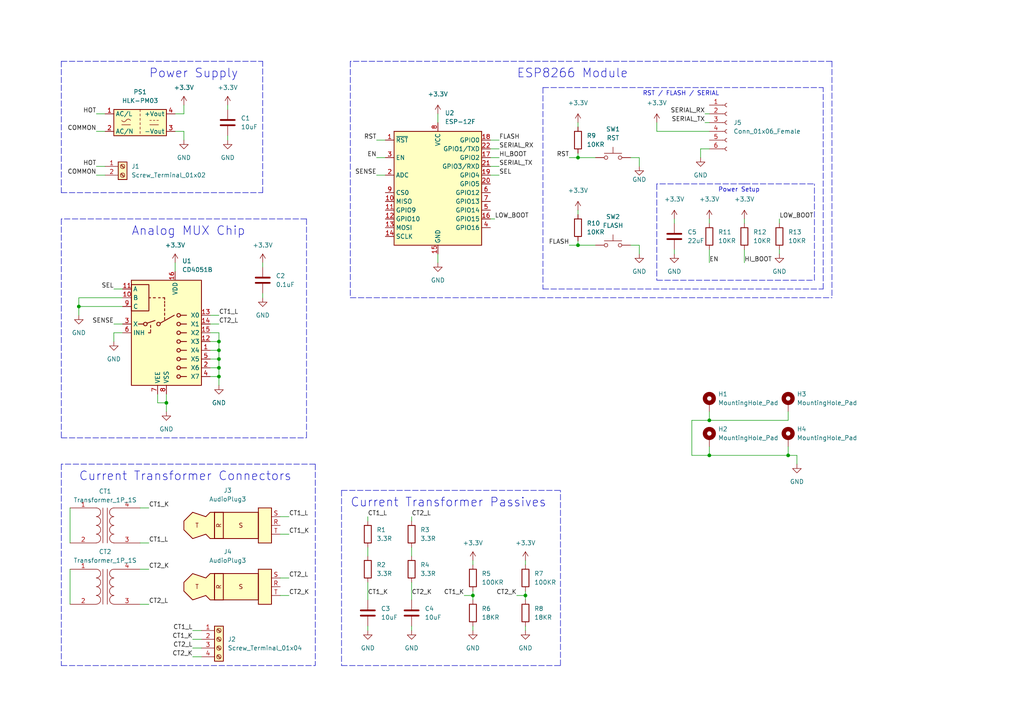
<source format=kicad_sch>
(kicad_sch (version 20211123) (generator eeschema)
  (paper "A4")
  (title_block (title "Current Monitor") (rev "v01") (comment 1 "Licence: WTFPL") (comment 2 "Author: Rion Gronberg"))
  (lib_symbols
    (symbol "Analog_Switch:CD4051B"
      (property "Reference" "U" (at -10.16 16.51 0))
      (property "Value" "CD4051B" (at 3.81 16.51 0))
      (symbol "CD4051B_0_1"
        (rectangle (start -10.16 6.35) (end -5.08 13.97) (stroke (width 0.254)))
        (rectangle (start -10.16 15.24) (end 10.16 -15.24) (stroke (width 0.254)) (fill (type background)))
        (circle (center -6.096 2.54) (radius 0.508) (stroke (width 0.254)))
        (circle (center -2.286 2.54) (radius 0.508) (stroke (width 0.254)))
        (polyline (pts (xy -8.128 2.54) (xy -6.604 2.54)) (stroke (width 0.254)))
        (polyline (pts (xy -5.588 2.794) (xy -3.302 3.556)) (stroke (width 0.254)))
        (polyline (pts (xy -4.572 0) (xy -5.207 0)) (stroke (width 0.254)))
        (polyline (pts (xy -4.572 0.254) (xy -4.572 0.889)) (stroke (width 0.254)))
        (polyline (pts (xy -4.572 1.524) (xy -4.572 2.159)) (stroke (width 0.254)))
        (polyline (pts (xy -4.572 10.16) (xy -5.08 10.16)) (stroke (width 0.254)))
        (polyline (pts (xy -3.81 10.16) (xy -3.175 10.16)) (stroke (width 0.254)))
        (polyline (pts (xy -1.778 2.794) (xy 2.286 5.08)) (stroke (width 0.254)))
        (polyline (pts (xy -1.778 10.16) (xy -2.286 10.16)) (stroke (width 0.254)))
        (polyline (pts (xy -0.508 3.81) (xy -0.508 4.445)) (stroke (width 0.254)))
        (polyline (pts (xy -0.508 5.08) (xy -0.508 5.715)) (stroke (width 0.254)))
        (polyline (pts (xy -0.508 6.35) (xy -0.508 6.985)) (stroke (width 0.254)))
        (polyline (pts (xy -0.508 7.62) (xy -0.508 8.255)) (stroke (width 0.254)))
        (polyline (pts (xy -0.508 8.636) (xy -0.508 9.144)) (stroke (width 0.254)))
        (polyline (pts (xy -0.508 9.652) (xy -0.508 10.16)) (stroke (width 0.254)))
        (polyline (pts (xy -0.508 10.16) (xy -1.016 10.16)) (stroke (width 0.254)))
        (polyline (pts (xy 4.064 -12.7) (xy 5.842 -12.7)) (stroke (width 0.254)))
        (polyline (pts (xy 4.064 -10.16) (xy 5.842 -10.16)) (stroke (width 0.254)))
        (polyline (pts (xy 4.064 -7.62) (xy 5.842 -7.62)) (stroke (width 0.254)))
        (polyline (pts (xy 4.064 -5.08) (xy 5.842 -5.08)) (stroke (width 0.254)))
        (polyline (pts (xy 4.064 -2.54) (xy 5.842 -2.54)) (stroke (width 0.254)))
        (polyline (pts (xy 4.064 0) (xy 5.842 0)) (stroke (width 0.254)))
        (polyline (pts (xy 4.064 2.54) (xy 5.842 2.54)) (stroke (width 0.254)))
        (polyline (pts (xy 4.064 5.08) (xy 5.842 5.08)) (stroke (width 0.254)))
        (circle (center 3.556 -12.7) (radius 0.508) (stroke (width 0.254)))
        (circle (center 3.556 -10.16) (radius 0.508) (stroke (width 0.254)))
        (circle (center 3.556 -7.62) (radius 0.508) (stroke (width 0.254)))
        (circle (center 3.556 -5.08) (radius 0.508) (stroke (width 0.254)))
        (circle (center 3.556 -2.54) (radius 0.508) (stroke (width 0.254)))
        (circle (center 3.556 0) (radius 0.508) (stroke (width 0.254)))
        (circle (center 3.556 2.54) (radius 0.508) (stroke (width 0.254)))
        (circle (center 3.556 5.08) (radius 0.508) (stroke (width 0.254)))
      )
      (symbol "CD4051B_1_1"
        (pin bidirectional line (at 12.7 -5.08 180) (length 2.54) (name "X4") (number "1"))
        (pin input line (at -12.7 10.16 0) (length 2.54) (name "B") (number "10"))
        (pin input line (at -12.7 12.7 0) (length 2.54) (name "A") (number "11"))
        (pin bidirectional line (at 12.7 -2.54 180) (length 2.54) (name "X3") (number "12"))
        (pin bidirectional line (at 12.7 5.08 180) (length 2.54) (name "X0") (number "13"))
        (pin bidirectional line (at 12.7 2.54 180) (length 2.54) (name "X1") (number "14"))
        (pin bidirectional line (at 12.7 0 180) (length 2.54) (name "X2") (number "15"))
        (pin power_in line (at 2.54 17.78 270) (length 2.54) (name "VDD") (number "16"))
        (pin bidirectional line (at 12.7 -10.16 180) (length 2.54) (name "X6") (number "2"))
        (pin bidirectional line (at -12.7 2.54 0) (length 2.54) (name "X") (number "3"))
        (pin bidirectional line (at 12.7 -12.7 180) (length 2.54) (name "X7") (number "4"))
        (pin bidirectional line (at 12.7 -7.62 180) (length 2.54) (name "X5") (number "5"))
        (pin input line (at -12.7 0 0) (length 2.54) (name "INH") (number "6"))
        (pin power_in line (at -2.54 -17.78 90) (length 2.54) (name "VEE") (number "7"))
        (pin power_in line (at 0 -17.78 90) (length 2.54) (name "VSS") (number "8"))
        (pin input line (at -12.7 7.62 0) (length 2.54) (name "C") (number "9"))
      )
    )
    (symbol "Connector:AudioPlug3"
      (property "Reference" "J" (at 1.27 6.35 0))
      (property "Value" "AudioPlug3" (at 1.27 -6.35 0))
      (symbol "AudioPlug3_0_0"
        (text "R" (at -2.54 0 900) (effects (font (size 1.27 1.27))))
      )
      (symbol "AudioPlug3_0_1"
        (rectangle (start -3.81 3.81) (end -1.27 -3.81) (stroke (width 0.254)))
        (rectangle (start -1.27 -1.27) (end -1.27 -1.27))
      )
      (symbol "AudioPlug3_1_0"
        (text "S" (at 3.81 0 0) (effects (font (size 1.27 1.27))))
        (text "T" (at -8.89 0 0) (effects (font (size 1.27 1.27))))
      )
      (symbol "AudioPlug3_1_1"
        (rectangle (start -3.81 3.81) (end 8.89 -3.81) (stroke (width 0.254)) (fill (type background)))
        (polyline (pts (xy -3.81 3.81) (xy -5.08 3.81) (xy -6.35 2.54) (xy -10.16 3.81) (xy -12.7 1.27) (xy -12.7 -1.27) (xy -10.16 -3.81) (xy -6.35 -2.54) (xy -5.08 -3.81) (xy -3.81 -3.81) (xy -3.81 3.81)) (stroke (width 0.254)) (fill (type background)))
        (rectangle (start 12.7 5.08) (end 8.89 -5.08) (stroke (width 0.254)) (fill (type background)))
        (pin passive line (at 15.24 0 180) (length 2.54) (name "~") (number "R"))
        (pin passive line (at 15.24 2.54 180) (length 2.54) (name "~") (number "S"))
        (pin passive line (at 15.24 -2.54 180) (length 2.54) (name "~") (number "T"))
      )
    )
    (symbol "Connector:Conn_01x06_Female" (pin_names (offset 1.016) hide)
      (property "Reference" "J" (at 0 7.62 0))
      (property "Value" "Conn_01x06_Female" (at 0 -10.16 0))
      (symbol "Conn_01x06_Female_1_1"
        (arc (start 0 -7.112) (mid -0.508 -7.62) (end 0 -8.128) (stroke (width 0.1524)))
        (arc (start 0 -4.572) (mid -0.508 -5.08) (end 0 -5.588) (stroke (width 0.1524)))
        (arc (start 0 -2.032) (mid -0.508 -2.54) (end 0 -3.048) (stroke (width 0.1524)))
        (polyline (pts (xy -1.27 -7.62) (xy -0.508 -7.62)) (stroke (width 0.1524)))
        (polyline (pts (xy -1.27 -5.08) (xy -0.508 -5.08)) (stroke (width 0.1524)))
        (polyline (pts (xy -1.27 -2.54) (xy -0.508 -2.54)) (stroke (width 0.1524)))
        (polyline (pts (xy -1.27 0) (xy -0.508 0)) (stroke (width 0.1524)))
        (polyline (pts (xy -1.27 2.54) (xy -0.508 2.54)) (stroke (width 0.1524)))
        (polyline (pts (xy -1.27 5.08) (xy -0.508 5.08)) (stroke (width 0.1524)))
        (arc (start 0 0.508) (mid -0.508 0) (end 0 -0.508) (stroke (width 0.1524)))
        (arc (start 0 3.048) (mid -0.508 2.54) (end 0 2.032) (stroke (width 0.1524)))
        (arc (start 0 5.588) (mid -0.508 5.08) (end 0 4.572) (stroke (width 0.1524)))
        (pin passive line (at -5.08 5.08 0) (length 3.81) (name "Pin_1") (number "1"))
        (pin passive line (at -5.08 2.54 0) (length 3.81) (name "Pin_2") (number "2"))
        (pin passive line (at -5.08 0 0) (length 3.81) (name "Pin_3") (number "3"))
        (pin passive line (at -5.08 -2.54 0) (length 3.81) (name "Pin_4") (number "4"))
        (pin passive line (at -5.08 -5.08 0) (length 3.81) (name "Pin_5") (number "5"))
        (pin passive line (at -5.08 -7.62 0) (length 3.81) (name "Pin_6") (number "6"))
      )
    )
    (symbol "Connector:Screw_Terminal_01x02" (pin_names (offset 1.016) hide)
      (property "Reference" "J" (at 0 2.54 0))
      (property "Value" "Screw_Terminal_01x02" (at 0 -5.08 0))
      (symbol "Screw_Terminal_01x02_1_1"
        (rectangle (start -1.27 1.27) (end 1.27 -3.81) (stroke (width 0.254)) (fill (type background)))
        (circle (center 0 -2.54) (radius 0.635) (stroke (width 0.1524)))
        (polyline (pts (xy -0.5334 -2.2098) (xy 0.3302 -3.048)) (stroke (width 0.1524)))
        (polyline (pts (xy -0.5334 0.3302) (xy 0.3302 -0.508)) (stroke (width 0.1524)))
        (polyline (pts (xy -0.3556 -2.032) (xy 0.508 -2.8702)) (stroke (width 0.1524)))
        (polyline (pts (xy -0.3556 0.508) (xy 0.508 -0.3302)) (stroke (width 0.1524)))
        (circle (center 0 0) (radius 0.635) (stroke (width 0.1524)))
        (pin passive line (at -5.08 0 0) (length 3.81) (name "Pin_1") (number "1"))
        (pin passive line (at -5.08 -2.54 0) (length 3.81) (name "Pin_2") (number "2"))
      )
    )
    (symbol "Connector:Screw_Terminal_01x04" (pin_names (offset 1.016) hide)
      (property "Reference" "J" (at 0 5.08 0))
      (property "Value" "Screw_Terminal_01x04" (at 0 -7.62 0))
      (symbol "Screw_Terminal_01x04_1_1"
        (rectangle (start -1.27 3.81) (end 1.27 -6.35) (stroke (width 0.254)) (fill (type background)))
        (circle (center 0 -5.08) (radius 0.635) (stroke (width 0.1524)))
        (circle (center 0 -2.54) (radius 0.635) (stroke (width 0.1524)))
        (polyline (pts (xy -0.5334 -4.7498) (xy 0.3302 -5.588)) (stroke (width 0.1524)))
        (polyline (pts (xy -0.5334 -2.2098) (xy 0.3302 -3.048)) (stroke (width 0.1524)))
        (polyline (pts (xy -0.5334 0.3302) (xy 0.3302 -0.508)) (stroke (width 0.1524)))
        (polyline (pts (xy -0.5334 2.8702) (xy 0.3302 2.032)) (stroke (width 0.1524)))
        (polyline (pts (xy -0.3556 -4.572) (xy 0.508 -5.4102)) (stroke (width 0.1524)))
        (polyline (pts (xy -0.3556 -2.032) (xy 0.508 -2.8702)) (stroke (width 0.1524)))
        (polyline (pts (xy -0.3556 0.508) (xy 0.508 -0.3302)) (stroke (width 0.1524)))
        (polyline (pts (xy -0.3556 3.048) (xy 0.508 2.2098)) (stroke (width 0.1524)))
        (circle (center 0 0) (radius 0.635) (stroke (width 0.1524)))
        (circle (center 0 2.54) (radius 0.635) (stroke (width 0.1524)))
        (pin passive line (at -5.08 2.54 0) (length 3.81) (name "Pin_1") (number "1"))
        (pin passive line (at -5.08 0 0) (length 3.81) (name "Pin_2") (number "2"))
        (pin passive line (at -5.08 -2.54 0) (length 3.81) (name "Pin_3") (number "3"))
        (pin passive line (at -5.08 -5.08 0) (length 3.81) (name "Pin_4") (number "4"))
      )
    )
    (symbol "Converter_ACDC:HLK-PM03"
      (property "Reference" "PS" (at 0 5.08 0))
      (property "Value" "HLK-PM03" (at 0 -5.08 0))
      (symbol "HLK-PM03_0_1"
        (rectangle (start -7.62 3.81) (end 7.62 -3.81) (stroke (width 0.254)) (fill (type background)))
        (arc (start -5.334 0.635) (mid -4.699 0.2495) (end -4.064 0.635))
        (arc (start -2.794 0.635) (mid -3.429 1.0072) (end -4.064 0.635))
        (polyline (pts (xy -5.334 -0.635) (xy -2.794 -0.635)))
        (polyline (pts (xy 0 -2.54) (xy 0 -3.175)))
        (polyline (pts (xy 0 -1.27) (xy 0 -1.905)))
        (polyline (pts (xy 0 0) (xy 0 -0.635)))
        (polyline (pts (xy 0 1.27) (xy 0 0.635)))
        (polyline (pts (xy 0 2.54) (xy 0 1.905)))
        (polyline (pts (xy 0 3.81) (xy 0 3.175)))
        (polyline (pts (xy 2.794 -0.635) (xy 5.334 -0.635)))
        (polyline (pts (xy 2.794 0.635) (xy 3.302 0.635)))
        (polyline (pts (xy 3.81 0.635) (xy 4.318 0.635)))
        (polyline (pts (xy 4.826 0.635) (xy 5.334 0.635)))
      )
      (symbol "HLK-PM03_1_1"
        (pin power_in line (at -10.16 2.54 0) (length 2.54) (name "AC/L") (number "1"))
        (pin power_in line (at -10.16 -2.54 0) (length 2.54) (name "AC/N") (number "2"))
        (pin power_out line (at 10.16 -2.54 180) (length 2.54) (name "-Vout") (number "3"))
        (pin power_out line (at 10.16 2.54 180) (length 2.54) (name "+Vout") (number "4"))
      )
    )
    (symbol "Device:C" (pin_numbers hide) (pin_names (offset 0.254))
      (property "Reference" "C" (at 0.635 2.54 0))
      (property "Value" "C" (at 0.635 -2.54 0))
      (symbol "C_0_1"
        (polyline (pts (xy -2.032 -0.762) (xy 2.032 -0.762)) (stroke (width 0.508)))
        (polyline (pts (xy -2.032 0.762) (xy 2.032 0.762)) (stroke (width 0.508)))
      )
      (symbol "C_1_1"
        (pin passive line (at 0 3.81 270) (length 2.794) (name "~") (number "1"))
        (pin passive line (at 0 -3.81 90) (length 2.794) (name "~") (number "2"))
      )
    )
    (symbol "Device:R" (pin_numbers hide) (pin_names (offset 0))
      (property "Reference" "R" (at 2.032 0 90))
      (property "Value" "R" (at 0 0 90))
      (symbol "R_0_1"
        (rectangle (start -1.016 -2.54) (end 1.016 2.54) (stroke (width 0.254)))
      )
      (symbol "R_1_1"
        (pin passive line (at 0 3.81 270) (length 1.27) (name "~") (number "1"))
        (pin passive line (at 0 -3.81 90) (length 1.27) (name "~") (number "2"))
      )
    )
    (symbol "Device:Transformer_1P_1S" (pin_names (offset 1.016) hide)
      (property "Reference" "T" (at 0 6.35 0))
      (property "Value" "Transformer_1P_1S" (at 0 -7.62 0))
      (symbol "Transformer_1P_1S_0_1"
        (arc (start -2.54 -5.0546) (mid -1.6599 -4.6901) (end -1.27 -3.81))
        (arc (start -2.54 -2.5146) (mid -1.6599 -2.1501) (end -1.27 -1.27))
        (arc (start -2.54 0.0254) (mid -1.6599 0.3899) (end -1.27 1.27))
        (arc (start -2.54 2.5654) (mid -1.6599 2.9299) (end -1.27 3.81))
        (arc (start -1.27 -3.81) (mid -1.642 -2.912) (end -2.54 -2.54))
        (arc (start -1.27 -1.27) (mid -1.642 -0.372) (end -2.54 0))
        (arc (start -1.27 1.27) (mid -1.642 2.168) (end -2.54 2.54))
        (arc (start -1.27 3.81) (mid -1.642 4.708) (end -2.54 5.08))
        (polyline (pts (xy -0.635 5.08) (xy -0.635 -5.08)))
        (polyline (pts (xy 0.635 -5.08) (xy 0.635 5.08)))
        (arc (start 1.2954 -1.27) (mid 1.6599 -2.1501) (end 2.54 -2.5146))
        (arc (start 1.2954 1.27) (mid 1.6599 0.3899) (end 2.54 0.0254))
        (arc (start 1.2954 3.81) (mid 1.6599 2.9299) (end 2.54 2.5654))
        (arc (start 1.3208 -3.81) (mid 1.6853 -4.6901) (end 2.5654 -5.0546))
        (arc (start 2.54 0) (mid 1.642 -0.372) (end 1.2954 -1.27))
        (arc (start 2.54 2.54) (mid 1.642 2.168) (end 1.2954 1.27))
        (arc (start 2.54 5.08) (mid 1.642 4.708) (end 1.2954 3.81))
        (arc (start 2.5654 -2.54) (mid 1.6674 -2.912) (end 1.3208 -3.81))
      )
      (symbol "Transformer_1P_1S_1_1"
        (pin passive line (at -10.16 5.08 0) (length 7.62) (name "AA") (number "1"))
        (pin passive line (at -10.16 -5.08 0) (length 7.62) (name "AB") (number "2"))
        (pin passive line (at 10.16 -5.08 180) (length 7.62) (name "SA") (number "3"))
        (pin passive line (at 10.16 5.08 180) (length 7.62) (name "SB") (number "4"))
      )
    )
    (symbol "Mechanical:MountingHole_Pad" (pin_numbers hide) (pin_names (offset 1.016) hide)
      (property "Reference" "H" (at 0 6.35 0))
      (property "Value" "MountingHole_Pad" (at 0 4.445 0))
      (symbol "MountingHole_Pad_0_1"
        (circle (center 0 1.27) (radius 1.27) (stroke (width 1.27)))
      )
      (symbol "MountingHole_Pad_1_1"
        (pin input line (at 0 -2.54 90) (length 2.54) (name "1") (number "1"))
      )
    )
    (symbol "RF_Module:ESP-12F"
      (property "Reference" "U" (at -12.7 19.05 0))
      (property "Value" "ESP-12F" (at 12.7 19.05 0))
      (symbol "ESP-12F_0_1"
        (rectangle (start -12.7 17.78) (end 12.7 -15.24) (stroke (width 0.254)) (fill (type background)))
      )
      (symbol "ESP-12F_1_1"
        (pin input line (at -15.24 15.24 0) (length 2.54) (name "~{RST}") (number "1"))
        (pin bidirectional line (at -15.24 -2.54 0) (length 2.54) (name "MISO") (number "10"))
        (pin bidirectional line (at -15.24 -5.08 0) (length 2.54) (name "GPIO9") (number "11"))
        (pin bidirectional line (at -15.24 -7.62 0) (length 2.54) (name "GPIO10") (number "12"))
        (pin bidirectional line (at -15.24 -10.16 0) (length 2.54) (name "MOSI") (number "13"))
        (pin bidirectional line (at -15.24 -12.7 0) (length 2.54) (name "SCLK") (number "14"))
        (pin power_in line (at 0 -17.78 90) (length 2.54) (name "GND") (number "15"))
        (pin bidirectional line (at 15.24 -7.62 180) (length 2.54) (name "GPIO15") (number "16"))
        (pin bidirectional line (at 15.24 10.16 180) (length 2.54) (name "GPIO2") (number "17"))
        (pin bidirectional line (at 15.24 15.24 180) (length 2.54) (name "GPIO0") (number "18"))
        (pin bidirectional line (at 15.24 5.08 180) (length 2.54) (name "GPIO4") (number "19"))
        (pin input line (at -15.24 5.08 0) (length 2.54) (name "ADC") (number "2"))
        (pin bidirectional line (at 15.24 2.54 180) (length 2.54) (name "GPIO5") (number "20"))
        (pin bidirectional line (at 15.24 7.62 180) (length 2.54) (name "GPIO3/RXD") (number "21"))
        (pin bidirectional line (at 15.24 12.7 180) (length 2.54) (name "GPIO1/TXD") (number "22"))
        (pin input line (at -15.24 10.16 0) (length 2.54) (name "EN") (number "3"))
        (pin bidirectional line (at 15.24 -10.16 180) (length 2.54) (name "GPIO16") (number "4"))
        (pin bidirectional line (at 15.24 -5.08 180) (length 2.54) (name "GPIO14") (number "5"))
        (pin bidirectional line (at 15.24 0 180) (length 2.54) (name "GPIO12") (number "6"))
        (pin bidirectional line (at 15.24 -2.54 180) (length 2.54) (name "GPIO13") (number "7"))
        (pin power_in line (at 0 20.32 270) (length 2.54) (name "VCC") (number "8"))
        (pin input line (at -15.24 0 0) (length 2.54) (name "CS0") (number "9"))
      )
    )
    (symbol "Switch:SW_Push" (pin_numbers hide) (pin_names (offset 1.016) hide)
      (property "Reference" "SW" (at 1.27 2.54 0))
      (property "Value" "SW_Push" (at 0 -1.524 0))
      (symbol "SW_Push_0_1"
        (circle (center -2.032 0) (radius 0.508))
        (polyline (pts (xy 0 1.27) (xy 0 3.048)))
        (polyline (pts (xy 2.54 1.27) (xy -2.54 1.27)))
        (circle (center 2.032 0) (radius 0.508))
        (pin passive line (at -5.08 0 0) (length 2.54) (name "1") (number "1"))
        (pin passive line (at 5.08 0 180) (length 2.54) (name "2") (number "2"))
      )
    )
    (symbol "power:+3.3V" (power) (pin_names (offset 0))
      (property "Value" "+3.3V" (at 0 3.556 0))
      (symbol "+3.3V_0_1"
        (polyline (pts (xy -0.762 1.27) (xy 0 2.54)))
        (polyline (pts (xy 0 0) (xy 0 2.54)))
        (polyline (pts (xy 0 2.54) (xy 0.762 1.27)))
      )
      (symbol "+3.3V_1_1"
        (pin power_in line (at 0 0 90) (length 0) hide (name "+3.3V") (number "1"))
      )
    )
    (symbol "power:GND" (power) (pin_names (offset 0))
      (property "Value" "GND" (at 0 -3.81 0))
      (symbol "GND_0_1"
        (polyline (pts (xy 0 0) (xy 0 -1.27) (xy 1.27 -1.27) (xy 0 -2.54) (xy -1.27 -1.27) (xy 0 -1.27)))
      )
      (symbol "GND_1_1"
        (pin power_in line (at 0 0 270) (length 0) hide (name "GND") (number "1"))
      )
    )
  )
  (junction (at 167.64 71.12))
  (junction (at 205.74 121.92))
  (junction (at 63.5 106.68))
  (junction (at 63.5 101.6))
  (junction (at 152.4 172.72))
  (junction (at 48.26 116.84))
  (junction (at 205.74 132.08))
  (junction (at 167.64 45.72))
  (junction (at 137.16 172.72))
  (junction (at 63.5 109.22))
  (junction (at 228.6 132.08))
  (junction (at 63.5 104.14))
  (junction (at 22.86 88.9))
  (junction (at 63.5 99.06))
  (wire (pts (xy 53.34 33.02) (xy 53.34 30.48)))
  (wire (pts (xy 167.64 71.12) (xy 172.72 71.12)))
  (wire (pts (xy 63.5 99.06) (xy 63.5 101.6)))
  (wire (pts (xy 35.56 86.36) (xy 22.86 86.36)))
  (wire (pts (xy 63.5 96.52) (xy 63.5 99.06)))
  (wire (pts (xy 190.5 35.56) (xy 190.5 38.1)))
  (wire (pts (xy 127 33.02) (xy 127 35.56)))
  (wire (pts (xy 76.2 76.2) (xy 76.2 77.47)))
  (wire (pts (xy 81.28 167.64) (xy 83.82 167.64)))
  (wire (pts (xy 167.64 45.72) (xy 172.72 45.72)))
  (wire (pts (xy 60.96 91.44) (xy 63.5 91.44)))
  (wire (pts (xy 190.5 38.1) (xy 205.74 38.1)))
  (wire (pts (xy 226.06 63.5) (xy 226.06 64.77)))
  (wire (pts (xy 33.02 93.98) (xy 35.56 93.98)))
  (wire (pts (xy 81.28 149.86) (xy 83.82 149.86)))
  (wire (pts (xy 167.64 35.56) (xy 167.64 36.83)))
  (wire (pts (xy 231.14 132.08) (xy 228.6 132.08)))
  (polyline (pts (xy 17.78 17.78) (xy 17.78 55.88)))
  (wire (pts (xy 60.96 96.52) (xy 63.5 96.52)))
  (wire (pts (xy 66.04 39.37) (xy 66.04 40.64)))
  (polyline (pts (xy 99.06 142.24) (xy 99.06 193.04)))
  (wire (pts (xy 106.68 158.75) (xy 106.68 161.29)))
  (polyline (pts (xy 88.9 63.5) (xy 17.78 63.5)))
  (wire (pts (xy 205.74 132.08) (xy 200.66 132.08)))
  (wire (pts (xy 152.4 171.45) (xy 152.4 172.72)))
  (wire (pts (xy 119.38 149.86) (xy 119.38 151.13)))
  (wire (pts (xy 109.22 40.64) (xy 111.76 40.64)))
  (wire (pts (xy 205.74 63.5) (xy 205.74 64.77)))
  (wire (pts (xy 27.94 33.02) (xy 30.48 33.02)))
  (polyline (pts (xy 157.48 25.4) (xy 238.76 25.4)))
  (wire (pts (xy 63.5 109.22) (xy 63.5 111.76)))
  (polyline (pts (xy 236.22 81.28) (xy 236.22 53.34)))
  (wire (pts (xy 119.38 181.61) (xy 119.38 182.88)))
  (polyline (pts (xy 190.5 53.34) (xy 190.5 81.28)))
  (wire (pts (xy 134.62 172.72) (xy 137.16 172.72)))
  (wire (pts (xy 142.24 40.64) (xy 144.78 40.64)))
  (wire (pts (xy 127 73.66) (xy 127 76.2)))
  (wire (pts (xy 60.96 99.06) (xy 63.5 99.06)))
  (wire (pts (xy 60.96 93.98) (xy 63.5 93.98)))
  (wire (pts (xy 40.64 157.48) (xy 43.18 157.48)))
  (wire (pts (xy 137.16 171.45) (xy 137.16 172.72)))
  (wire (pts (xy 167.64 44.45) (xy 167.64 45.72)))
  (wire (pts (xy 142.24 63.5) (xy 143.51 63.5)))
  (wire (pts (xy 45.72 116.84) (xy 48.26 116.84)))
  (polyline (pts (xy 162.56 193.04) (xy 162.56 142.24)))
  (wire (pts (xy 185.42 45.72) (xy 182.88 45.72)))
  (polyline (pts (xy 88.9 63.5) (xy 88.9 127)))
  (wire (pts (xy 33.02 96.52) (xy 33.02 99.06)))
  (wire (pts (xy 40.64 165.1) (xy 43.18 165.1)))
  (wire (pts (xy 185.42 48.26) (xy 185.42 45.72)))
  (polyline (pts (xy 17.78 134.62) (xy 17.78 193.04)))
  (wire (pts (xy 142.24 43.18) (xy 144.78 43.18)))
  (wire (pts (xy 185.42 73.66) (xy 185.42 71.12)))
  (polyline (pts (xy 17.78 193.04) (xy 91.44 193.04)))
  (polyline (pts (xy 91.44 134.62) (xy 17.78 134.62)))
  (wire (pts (xy 35.56 96.52) (xy 33.02 96.52)))
  (polyline (pts (xy 241.3 17.78) (xy 101.6 17.78)))
  (wire (pts (xy 63.5 106.68) (xy 63.5 109.22)))
  (polyline (pts (xy 238.76 83.82) (xy 238.76 25.4)))
  (wire (pts (xy 27.94 48.26) (xy 30.48 48.26)))
  (wire (pts (xy 228.6 119.38) (xy 228.6 121.92)))
  (polyline (pts (xy 215.9 53.34) (xy 190.5 53.34)))
  (wire (pts (xy 22.86 88.9) (xy 22.86 91.44)))
  (wire (pts (xy 106.68 168.91) (xy 106.68 173.99)))
  (wire (pts (xy 50.8 76.2) (xy 50.8 78.74)))
  (wire (pts (xy 20.32 147.32) (xy 20.32 157.48)))
  (wire (pts (xy 149.86 172.72) (xy 152.4 172.72)))
  (polyline (pts (xy 215.9 53.34) (xy 236.22 53.34)))
  (wire (pts (xy 200.66 121.92) (xy 205.74 121.92)))
  (wire (pts (xy 45.72 114.3) (xy 45.72 116.84)))
  (wire (pts (xy 55.88 185.42) (xy 58.42 185.42)))
  (wire (pts (xy 205.74 129.54) (xy 205.74 132.08)))
  (wire (pts (xy 109.22 50.8) (xy 111.76 50.8)))
  (wire (pts (xy 205.74 132.08) (xy 228.6 132.08)))
  (wire (pts (xy 152.4 162.56) (xy 152.4 163.83)))
  (wire (pts (xy 40.64 147.32) (xy 43.18 147.32)))
  (wire (pts (xy 22.86 86.36) (xy 22.86 88.9)))
  (wire (pts (xy 106.68 149.86) (xy 106.68 151.13)))
  (wire (pts (xy 27.94 50.8) (xy 30.48 50.8)))
  (wire (pts (xy 20.32 165.1) (xy 20.32 175.26)))
  (wire (pts (xy 109.22 45.72) (xy 111.76 45.72)))
  (wire (pts (xy 55.88 190.5) (xy 58.42 190.5)))
  (wire (pts (xy 203.2 43.18) (xy 203.2 45.72)))
  (polyline (pts (xy 17.78 55.88) (xy 76.2 55.88)))
  (wire (pts (xy 60.96 106.68) (xy 63.5 106.68)))
  (wire (pts (xy 81.28 172.72) (xy 83.82 172.72)))
  (polyline (pts (xy 99.06 193.04) (xy 162.56 193.04)))
  (wire (pts (xy 50.8 38.1) (xy 53.34 38.1)))
  (wire (pts (xy 63.5 101.6) (xy 63.5 104.14)))
  (wire (pts (xy 204.47 35.56) (xy 205.74 35.56)))
  (wire (pts (xy 142.24 45.72) (xy 144.78 45.72)))
  (wire (pts (xy 55.88 182.88) (xy 58.42 182.88)))
  (polyline (pts (xy 190.5 81.28) (xy 236.22 81.28)))
  (polyline (pts (xy 157.48 25.4) (xy 157.48 83.82)))
  (polyline (pts (xy 101.6 17.78) (xy 101.6 86.36)))
  (wire (pts (xy 231.14 134.62) (xy 231.14 132.08)))
  (wire (pts (xy 60.96 109.22) (xy 63.5 109.22)))
  (wire (pts (xy 55.88 187.96) (xy 58.42 187.96)))
  (wire (pts (xy 167.64 60.96) (xy 167.64 62.23)))
  (wire (pts (xy 119.38 168.91) (xy 119.38 173.99)))
  (wire (pts (xy 137.16 162.56) (xy 137.16 163.83)))
  (wire (pts (xy 215.9 72.39) (xy 215.9 76.2)))
  (wire (pts (xy 66.04 30.48) (xy 66.04 31.75)))
  (wire (pts (xy 226.06 72.39) (xy 226.06 73.66)))
  (wire (pts (xy 60.96 104.14) (xy 63.5 104.14)))
  (wire (pts (xy 106.68 181.61) (xy 106.68 182.88)))
  (wire (pts (xy 33.02 83.82) (xy 35.56 83.82)))
  (wire (pts (xy 152.4 181.61) (xy 152.4 182.88)))
  (wire (pts (xy 228.6 129.54) (xy 228.6 132.08)))
  (wire (pts (xy 35.56 88.9) (xy 22.86 88.9)))
  (wire (pts (xy 205.74 72.39) (xy 205.74 76.2)))
  (wire (pts (xy 53.34 38.1) (xy 53.34 40.64)))
  (polyline (pts (xy 76.2 55.88) (xy 76.2 17.78)))
  (wire (pts (xy 137.16 181.61) (xy 137.16 182.88)))
  (wire (pts (xy 27.94 38.1) (xy 30.48 38.1)))
  (polyline (pts (xy 91.44 134.62) (xy 91.44 193.04)))
  (polyline (pts (xy 101.6 86.36) (xy 241.3 86.36)))
  (wire (pts (xy 137.16 172.72) (xy 137.16 173.99)))
  (wire (pts (xy 81.28 154.94) (xy 83.82 154.94)))
  (wire (pts (xy 205.74 121.92) (xy 205.74 119.38)))
  (polyline (pts (xy 17.78 63.5) (xy 17.78 127)))
  (wire (pts (xy 165.1 45.72) (xy 167.64 45.72)))
  (wire (pts (xy 167.64 69.85) (xy 167.64 71.12)))
  (polyline (pts (xy 99.06 142.24) (xy 162.56 142.24)))
  (wire (pts (xy 205.74 43.18) (xy 203.2 43.18)))
  (wire (pts (xy 195.58 63.5) (xy 195.58 64.77)))
  (wire (pts (xy 119.38 158.75) (xy 119.38 161.29)))
  (wire (pts (xy 142.24 50.8) (xy 144.78 50.8)))
  (polyline (pts (xy 241.3 17.78) (xy 241.3 86.36)))
  (wire (pts (xy 152.4 172.72) (xy 152.4 173.99)))
  (polyline (pts (xy 17.78 127) (xy 88.9 127)))
  (wire (pts (xy 142.24 48.26) (xy 144.78 48.26)))
  (wire (pts (xy 228.6 121.92) (xy 205.74 121.92)))
  (polyline (pts (xy 17.78 17.78) (xy 76.2 17.78)))
  (wire (pts (xy 48.26 119.38) (xy 48.26 116.84)))
  (wire (pts (xy 40.64 175.26) (xy 43.18 175.26)))
  (wire (pts (xy 48.26 114.3) (xy 48.26 116.84)))
  (polyline (pts (xy 157.48 83.82) (xy 238.76 83.82)))
  (wire (pts (xy 185.42 71.12) (xy 182.88 71.12)))
  (wire (pts (xy 215.9 63.5) (xy 215.9 64.77)))
  (wire (pts (xy 63.5 104.14) (xy 63.5 106.68)))
  (wire (pts (xy 50.8 33.02) (xy 53.34 33.02)))
  (wire (pts (xy 165.1 71.12) (xy 167.64 71.12)))
  (wire (pts (xy 76.2 85.09) (xy 76.2 86.36)))
  (wire (pts (xy 195.58 72.39) (xy 195.58 73.66)))
  (wire (pts (xy 200.66 132.08) (xy 200.66 121.92)))
  (wire (pts (xy 60.96 101.6) (xy 63.5 101.6)))
  (wire (pts (xy 204.47 33.02) (xy 205.74 33.02)))
  (text "Power Supply" (at 43.18 22.86 0) (effects (font (size 2.54 2.54)) (justify left bottom)))
  (text "Current Transformer Connectors" (at 22.86 139.7 0) (effects (font (size 2.54 2.54)) (justify left bottom)))
  (text "Analog MUX Chip" (at 38.1 68.58 0) (effects (font (size 2.54 2.54)) (justify left bottom)))
  (text "Power Setup" (at 208.28 55.88 0) (effects (font (size 1.27 1.27)) (justify left bottom)))
  (text " RST / FLASH / SERIAL" (at 185.42 27.94 0) (effects (font (size 1.27 1.27)) (justify left bottom)))
  (text "Current Transformer Passives" (at 101.6 147.32 0) (effects (font (size 2.54 2.54)) (justify left bottom)))
  (text "ESP8266 Module" (at 149.86 22.86 0) (effects (font (size 2.54 2.54)) (justify left bottom)))
  (label "CT1_L" (at 106.68 149.86 0))
  (label "SERIAL_RX" (at 144.78 43.18 0))
  (label "HOT" (at 27.94 33.02 180))
  (label "CT2_L" (at 83.82 167.64 0))
  (label "CT2_L" (at 63.5 93.98 0))
  (label "CT2_L" (at 43.18 175.26 0))
  (label "CT2_K" (at 149.86 172.72 180))
  (label "SERIAL_TX" (at 204.47 35.56 180))
  (label "CT2_K" (at 43.18 165.1 0))
  (label "RST" (at 165.1 45.72 180))
  (label "COMMON" (at 27.94 38.1 180))
  (label "LOW_BOOT" (at 143.51 63.5 0))
  (label "LOW_BOOT" (at 226.06 63.5 0))
  (label "CT1_K" (at 55.88 185.42 180))
  (label "CT1_K" (at 106.68 172.72 0))
  (label "EN" (at 205.74 76.2 0))
  (label "CT2_K" (at 119.38 172.72 0))
  (label "COMMON" (at 27.94 50.8 180))
  (label "SENSE" (at 33.02 93.98 180))
  (label "HI_BOOT" (at 144.78 45.72 0))
  (label "FLASH" (at 144.78 40.64 0))
  (label "SEL" (at 33.02 83.82 180))
  (label "FLASH" (at 165.1 71.12 180))
  (label "CT1_K" (at 43.18 147.32 0))
  (label "EN" (at 109.22 45.72 180))
  (label "SENSE" (at 109.22 50.8 180))
  (label "CT2_K" (at 55.88 190.5 180))
  (label "SEL" (at 144.78 50.8 0))
  (label "CT1_L" (at 83.82 149.86 0))
  (label "CT2_K" (at 83.82 172.72 0))
  (label "HI_BOOT" (at 215.9 76.2 0))
  (label "CT1_L" (at 55.88 182.88 180))
  (label "SERIAL_TX" (at 144.78 48.26 0))
  (label "CT2_L" (at 119.38 149.86 0))
  (label "HOT" (at 27.94 48.26 180))
  (label "CT1_K" (at 134.62 172.72 180))
  (label "CT1_L" (at 43.18 157.48 0))
  (label "CT1_K" (at 83.82 154.94 0))
  (label "SERIAL_RX" (at 204.47 33.02 180))
  (label "CT1_L" (at 63.5 91.44 0))
  (label "CT2_L" (at 55.88 187.96 180))
  (label "RST" (at 109.22 40.64 180))
  (symbol (lib_id "power:+3.3V") (at 190.5 35.56 0) (unit 1)
    (property "Reference" "#PWR023" (effects hide))
    (property "Value" "+3.3V" (at 190.5 29.845 0))
  )
  (symbol (lib_id "power:+3.3V") (at 127 33.02 0) (unit 1)
    (property "Reference" "#PWR013" (effects hide))
    (property "Value" "+3.3V" (at 127 27.305 0))
  )
  (symbol (lib_id "Device:R") (at 152.4 167.64 0) (unit 1)
    (property "Reference" "R7" (at 154.94 166.3699 0) (effects (justify left)))
    (property "Value" "100KR" (at 154.94 168.9099 0) (effects (justify left)))
    (property "Footprint" "Resistor_SMD:R_0805_2012Metric" (effects hide))
  )
  (symbol (lib_id "Device:R") (at 215.9 68.58 0) (unit 1)
    (property "Reference" "R12" (at 218.44 67.3099 0) (effects (justify left)))
    (property "Value" "10KR" (at 218.44 69.8499 0) (effects (justify left)))
    (property "Footprint" "Resistor_THT:R_Axial_DIN0207_L6.3mm_D2.5mm_P7.62mm_Horizontal" (effects hide))
  )
  (symbol (lib_id "power:GND") (at 48.26 119.38 0) (unit 1)
    (property "Reference" "#PWR03" (effects hide))
    (property "Value" "GND" (at 48.26 124.46 0))
  )
  (symbol (lib_id "power:GND") (at 152.4 182.88 0) (unit 1)
    (property "Reference" "#PWR018" (effects hide))
    (property "Value" "GND" (at 152.4 187.96 0))
  )
  (symbol (lib_id "Device:C") (at 76.2 81.28 0) (unit 1)
    (property "Reference" "C2" (at 80.01 80.0099 0) (effects (justify left)))
    (property "Value" "0.1uF" (at 80.01 82.5499 0) (effects (justify left)))
    (property "Footprint" "Capacitor_SMD:C_1206_3216Metric" (effects hide))
  )
  (symbol (lib_id "power:GND") (at 185.42 73.66 0) (unit 1)
    (property "Reference" "#PWR022" (effects hide))
    (property "Value" "GND" (at 185.42 78.74 0))
  )
  (symbol (lib_id "Device:C") (at 119.38 177.8 0) (unit 1)
    (property "Reference" "C4" (at 123.19 176.5299 0) (effects (justify left)))
    (property "Value" "10uF" (at 123.19 179.0699 0) (effects (justify left)))
    (property "Footprint" "Capacitor_SMD:C_0805_2012Metric" (effects hide))
  )
  (symbol (lib_id "Converter_ACDC:HLK-PM03") (at 40.64 35.56 0) (unit 1)
    (property "Reference" "PS1" (at 40.64 26.67 0))
    (property "Value" "HLK-PM03" (at 40.64 29.21 0))
    (property "Footprint" "Converter_ACDC:Converter_ACDC_HiLink_HLK-PMxx" (effects hide))
    (property "Datasheet" "http://www.hlktech.net/product_detail.php?ProId=59" (effects hide))
  )
  (symbol (lib_id "Device:R") (at 226.06 68.58 0) (unit 1)
    (property "Reference" "R13" (at 228.6 67.3099 0) (effects (justify left)))
    (property "Value" "10KR" (at 228.6 69.8499 0) (effects (justify left)))
    (property "Footprint" "Resistor_THT:R_Axial_DIN0207_L6.3mm_D2.5mm_P7.62mm_Horizontal" (effects hide))
  )
  (symbol (lib_id "Connector:Screw_Terminal_01x02") (at 35.56 48.26 0) (unit 1)
    (property "Reference" "J1" (at 38.1 48.2599 0) (effects (justify left)))
    (property "Value" "Screw_Terminal_01x02" (at 38.1 50.7999 0) (effects (justify left)))
    (property "Footprint" "TerminalBlock:TerminalBlock_bornier-2_P5.08mm" (effects hide))
  )
  (symbol (lib_id "Connector:Screw_Terminal_01x04") (at 63.5 185.42 0) (unit 1) (on_board no)
    (property "Reference" "J2" (at 66.04 185.4199 0) (effects (justify left)))
    (property "Value" "Screw_Terminal_01x04" (at 66.04 187.9599 0) (effects (justify left)))
    (property "Footprint" "TerminalBlock:TerminalBlock_Altech_AK300-4_P5.00mm" (effects hide))
  )
  (symbol (lib_id "power:GND") (at 53.34 40.64 0) (unit 1)
    (property "Reference" "#PWR06" (effects hide))
    (property "Value" "GND" (at 53.34 45.72 0))
  )
  (symbol (lib_id "power:GND") (at 119.38 182.88 0) (unit 1)
    (property "Reference" "#PWR012" (effects hide))
    (property "Value" "GND" (at 119.38 187.96 0))
  )
  (symbol (lib_id "Device:R") (at 167.64 40.64 0) (unit 1)
    (property "Reference" "R9" (at 170.18 39.3699 0) (effects (justify left)))
    (property "Value" "10KR" (at 170.18 41.9099 0) (effects (justify left)))
    (property "Footprint" "Resistor_THT:R_Axial_DIN0207_L6.3mm_D2.5mm_P7.62mm_Horizontal" (effects hide))
  )
  (symbol (lib_id "Mechanical:MountingHole_Pad") (at 228.6 116.84 0) (unit 1)
    (property "Reference" "H3" (at 231.14 114.2999 0) (effects (justify left)))
    (property "Value" "MountingHole_Pad" (at 231.14 116.8399 0) (effects (justify left)))
    (property "Footprint" "MountingHole:MountingHole_3.2mm_M3_Pad_Via" (effects hide))
  )
  (symbol (lib_id "Device:R") (at 137.16 167.64 0) (unit 1)
    (property "Reference" "R5" (at 139.7 166.3699 0) (effects (justify left)))
    (property "Value" "100KR" (at 139.7 168.9099 0) (effects (justify left)))
    (property "Footprint" "Resistor_SMD:R_0805_2012Metric" (effects hide))
  )
  (symbol (lib_id "Connector:Conn_01x06_Female") (at 210.82 35.56 0) (unit 1)
    (property "Reference" "J5" (at 212.725 35.5599 0) (effects (justify left)))
    (property "Value" "Conn_01x06_Female" (at 212.725 38.0999 0) (effects (justify left)))
    (property "Footprint" "Connector_PinSocket_2.54mm:PinSocket_1x06_P2.54mm_Vertical" (effects hide))
  )
  (symbol (lib_id "Switch:SW_Push") (at 177.8 71.12 0) (unit 1)
    (property "Reference" "SW2" (at 177.8 62.865 0))
    (property "Value" "FLASH" (at 177.8 65.405 0))
    (property "Footprint" "Button_Switch_THT:SW_PUSH_6mm" (effects hide))
  )
  (symbol (lib_id "power:GND") (at 231.14 134.62 0) (unit 1)
    (property "Reference" "#PWR030" (effects hide))
    (property "Value" "GND" (at 231.14 139.7 0))
  )
  (symbol (lib_id "power:+3.3V") (at 76.2 76.2 0) (unit 1)
    (property "Reference" "#PWR09" (effects hide))
    (property "Value" "+3.3V" (at 76.2 71.12 0))
  )
  (symbol (lib_id "Device:R") (at 152.4 177.8 0) (unit 1)
    (property "Reference" "R8" (at 154.94 176.5299 0) (effects (justify left)))
    (property "Value" "18KR" (at 154.94 179.0699 0) (effects (justify left)))
    (property "Footprint" "Resistor_SMD:R_0805_2012Metric" (effects hide))
  )
  (symbol (lib_id "Device:R") (at 106.68 154.94 0) (unit 1)
    (property "Reference" "R1" (at 109.22 153.6699 0) (effects (justify left)))
    (property "Value" "3.3R" (at 109.22 156.2099 0) (effects (justify left)))
    (property "Footprint" "Resistor_SMD:R_0805_2012Metric" (effects hide))
  )
  (symbol (lib_id "power:GND") (at 226.06 73.66 0) (unit 1)
    (property "Reference" "#PWR029" (effects hide))
    (property "Value" "GND" (at 226.06 78.74 0))
  )
  (symbol (lib_id "power:GND") (at 22.86 91.44 0) (unit 1)
    (property "Reference" "#PWR01" (effects hide))
    (property "Value" "GND" (at 22.86 96.52 0))
  )
  (symbol (lib_id "power:+3.3V") (at 215.9 63.5 0) (unit 1)
    (property "Reference" "#PWR028" (effects hide))
    (property "Value" "+3.3V" (at 215.9 57.785 0))
  )
  (symbol (lib_id "Device:R") (at 119.38 154.94 0) (unit 1)
    (property "Reference" "R3" (at 121.92 153.6699 0) (effects (justify left)))
    (property "Value" "3.3R" (at 121.92 156.2099 0) (effects (justify left)))
    (property "Footprint" "Resistor_SMD:R_0805_2012Metric" (effects hide))
  )
  (symbol (lib_id "power:GND") (at 63.5 111.76 0) (unit 1)
    (property "Reference" "#PWR?" (effects hide))
    (property "Value" "GND" (at 63.5 116.84 0))
  )
  (symbol (lib_id "Device:R") (at 167.64 66.04 0) (unit 1)
    (property "Reference" "R10" (at 170.18 64.7699 0) (effects (justify left)))
    (property "Value" "10KR" (at 170.18 67.3099 0) (effects (justify left)))
    (property "Footprint" "Resistor_THT:R_Axial_DIN0207_L6.3mm_D2.5mm_P7.62mm_Horizontal" (effects hide))
  )
  (symbol (lib_id "Mechanical:MountingHole_Pad") (at 205.74 116.84 0) (unit 1)
    (property "Reference" "H1" (at 208.28 114.2999 0) (effects (justify left)))
    (property "Value" "MountingHole_Pad" (at 208.28 116.8399 0) (effects (justify left)))
    (property "Footprint" "MountingHole:MountingHole_3.2mm_M3_Pad_Via" (effects hide))
  )
  (symbol (lib_id "Device:R") (at 137.16 177.8 0) (unit 1)
    (property "Reference" "R6" (at 139.7 176.5299 0) (effects (justify left)))
    (property "Value" "18KR" (at 139.7 179.0699 0) (effects (justify left)))
    (property "Footprint" "Resistor_SMD:R_0805_2012Metric" (effects hide))
  )
  (symbol (lib_id "Connector:AudioPlug3") (at 66.04 170.18 0) (unit 1)
    (property "Reference" "J4" (at 66.04 160.02 0))
    (property "Value" "AudioPlug3" (at 66.04 162.56 0))
    (property "Footprint" "PJ-320A:Jack_3.5mm_PJ320A_Horizontal" (effects hide))
  )
  (symbol (lib_id "power:+3.3V") (at 50.8 76.2 0) (unit 1)
    (property "Reference" "#PWR04" (effects hide))
    (property "Value" "+3.3V" (at 50.8 71.12 0))
  )
  (symbol (lib_id "power:GND") (at 66.04 40.64 0) (unit 1)
    (property "Reference" "#PWR08" (effects hide))
    (property "Value" "GND" (at 66.04 45.72 0))
  )
  (symbol (lib_id "power:GND") (at 33.02 99.06 0) (unit 1)
    (property "Reference" "#PWR02" (effects hide))
    (property "Value" "GND" (at 33.02 104.14 0))
  )
  (symbol (lib_id "power:GND") (at 195.58 73.66 0) (unit 1)
    (property "Reference" "#PWR025" (effects hide))
    (property "Value" "GND" (at 195.58 78.74 0))
  )
  (symbol (lib_id "power:+3.3V") (at 137.16 162.56 0) (unit 1)
    (property "Reference" "#PWR015" (effects hide))
    (property "Value" "+3.3V" (at 137.16 157.48 0))
  )
  (symbol (lib_id "Device:Transformer_1P_1S") (at 30.48 170.18 0) (unit 1) (on_board no)
    (property "Reference" "CT2" (at 30.4927 160.02 0))
    (property "Value" "Transformer_1P_1S" (at 30.4927 162.56 0))
  )
  (symbol (lib_id "Device:Transformer_1P_1S") (at 30.48 152.4 0) (unit 1) (on_board no)
    (property "Reference" "CT1" (at 30.4927 142.494 0))
    (property "Value" "Transformer_1P_1S" (at 30.4927 145.034 0))
  )
  (symbol (lib_id "Device:R") (at 106.68 165.1 0) (unit 1)
    (property "Reference" "R2" (at 109.22 163.8299 0) (effects (justify left)))
    (property "Value" "3.3R" (at 109.22 166.3699 0) (effects (justify left)))
    (property "Footprint" "Resistor_SMD:R_0805_2012Metric" (effects hide))
  )
  (symbol (lib_id "Device:C") (at 195.58 68.58 180) (unit 1)
    (property "Reference" "C5" (at 199.39 67.3099 0) (effects (justify right)))
    (property "Value" "22uF" (at 199.39 69.8499 0) (effects (justify right)))
    (property "Footprint" "Capacitor_SMD:C_1206_3216Metric" (effects hide))
  )
  (symbol (lib_id "power:+3.3V") (at 205.74 63.5 0) (unit 1)
    (property "Reference" "#PWR027" (effects hide))
    (property "Value" "+3.3V" (at 205.74 57.785 0))
  )
  (symbol (lib_id "power:+3.3V") (at 152.4 162.56 0) (unit 1)
    (property "Reference" "#PWR017" (effects hide))
    (property "Value" "+3.3V" (at 152.4 157.48 0))
  )
  (symbol (lib_id "Device:R") (at 119.38 165.1 0) (unit 1)
    (property "Reference" "R4" (at 121.92 163.8299 0) (effects (justify left)))
    (property "Value" "3.3R" (at 121.92 166.3699 0) (effects (justify left)))
    (property "Footprint" "Resistor_SMD:R_0805_2012Metric" (effects hide))
  )
  (symbol (lib_id "Switch:SW_Push") (at 177.8 45.72 0) (unit 1)
    (property "Reference" "SW1" (at 177.8 37.465 0))
    (property "Value" "RST" (at 177.8 40.005 0))
    (property "Footprint" "Button_Switch_THT:SW_PUSH_6mm" (effects hide))
  )
  (symbol (lib_id "power:GND") (at 76.2 86.36 0) (unit 1)
    (property "Reference" "#PWR010" (effects hide))
    (property "Value" "GND" (at 76.2 91.44 0))
  )
  (symbol (lib_id "Mechanical:MountingHole_Pad") (at 228.6 127 0) (unit 1)
    (property "Reference" "H4" (at 231.14 124.4599 0) (effects (justify left)))
    (property "Value" "MountingHole_Pad" (at 231.14 126.9999 0) (effects (justify left)))
    (property "Footprint" "MountingHole:MountingHole_3.2mm_M3_Pad_Via" (effects hide))
  )
  (symbol (lib_id "power:GND") (at 185.42 48.26 0) (unit 1)
    (property "Reference" "#PWR021" (effects hide))
    (property "Value" "GND" (at 185.42 52.07 0))
  )
  (symbol (lib_id "Connector:AudioPlug3") (at 66.04 152.4 0) (unit 1)
    (property "Reference" "J3" (at 66.04 142.24 0))
    (property "Value" "AudioPlug3" (at 66.04 144.78 0))
    (property "Footprint" "PJ-320A:Jack_3.5mm_PJ320A_Horizontal" (effects hide))
  )
  (symbol (lib_id "Device:R") (at 205.74 68.58 0) (unit 1)
    (property "Reference" "R11" (at 208.28 67.3099 0) (effects (justify left)))
    (property "Value" "10KR" (at 208.28 69.8499 0) (effects (justify left)))
    (property "Footprint" "Resistor_THT:R_Axial_DIN0207_L6.3mm_D2.5mm_P7.62mm_Horizontal" (effects hide))
  )
  (symbol (lib_id "power:GND") (at 127 76.2 0) (unit 1)
    (property "Reference" "#PWR014" (effects hide))
    (property "Value" "GND" (at 127 81.28 0))
  )
  (symbol (lib_id "power:GND") (at 106.68 182.88 0) (unit 1)
    (property "Reference" "#PWR011" (effects hide))
    (property "Value" "GND" (at 106.68 187.96 0))
  )
  (symbol (lib_id "Mechanical:MountingHole_Pad") (at 205.74 127 0) (unit 1)
    (property "Reference" "H2" (at 208.28 124.4599 0) (effects (justify left)))
    (property "Value" "MountingHole_Pad" (at 208.28 126.9999 0) (effects (justify left)))
    (property "Footprint" "MountingHole:MountingHole_3.2mm_M3_Pad_Via" (effects hide))
  )
  (symbol (lib_id "RF_Module:ESP-12F") (at 127 55.88 0) (unit 1)
    (property "Reference" "U2" (at 129.0194 32.766 0) (effects (justify left)))
    (property "Value" "ESP-12F" (at 129.0194 35.306 0) (effects (justify left)))
    (property "Footprint" "RF_Module:ESP-12E" (effects hide))
    (property "Datasheet" "http://wiki.ai-thinker.com/_media/esp8266/esp8266_series_modules_user_manual_v1.1.pdf" (effects hide))
  )
  (symbol (lib_id "power:+3.3V") (at 66.04 30.48 0) (unit 1)
    (property "Reference" "#PWR07" (effects hide))
    (property "Value" "+3.3V" (at 66.04 25.4 0))
  )
  (symbol (lib_id "Analog_Switch:CD4051B") (at 48.26 96.52 0) (unit 1)
    (property "Reference" "U1" (at 52.8194 75.692 0) (effects (justify left)))
    (property "Value" "CD4051B" (at 52.8194 78.232 0) (effects (justify left)))
    (property "Footprint" "Package_DIP:DIP-16_W7.62mm" (effects hide))
    (property "Datasheet" "http://www.ti.com/lit/ds/symlink/cd4052b.pdf" (effects hide))
  )
  (symbol (lib_id "Device:C") (at 106.68 177.8 0) (unit 1)
    (property "Reference" "C3" (at 110.49 176.5299 0) (effects (justify left)))
    (property "Value" "10uF" (at 110.49 179.0699 0) (effects (justify left)))
    (property "Footprint" "Capacitor_SMD:C_0805_2012Metric" (effects hide))
  )
  (symbol (lib_id "power:+3.3V") (at 53.34 30.48 0) (unit 1)
    (property "Reference" "#PWR05" (effects hide))
    (property "Value" "+3.3V" (at 53.34 25.4 0))
  )
  (symbol (lib_id "Device:C") (at 66.04 35.56 0) (unit 1)
    (property "Reference" "C1" (at 69.85 34.2899 0) (effects (justify left)))
    (property "Value" "10uF" (at 69.85 36.8299 0) (effects (justify left)))
    (property "Footprint" "Capacitor_SMD:C_1206_3216Metric" (effects hide))
  )
  (symbol (lib_id "power:GND") (at 203.2 45.72 0) (unit 1)
    (property "Reference" "#PWR026" (effects hide))
    (property "Value" "GND" (at 203.2 50.8 0))
  )
  (symbol (lib_id "power:+3.3V") (at 167.64 35.56 0) (unit 1)
    (property "Reference" "#PWR019" (effects hide))
    (property "Value" "+3.3V" (at 167.64 29.845 0))
  )
  (symbol (lib_id "power:GND") (at 137.16 182.88 0) (unit 1)
    (property "Reference" "#PWR016" (effects hide))
    (property "Value" "GND" (at 137.16 187.96 0))
  )
  (symbol (lib_id "power:+3.3V") (at 195.58 63.5 0) (unit 1)
    (property "Reference" "#PWR024" (effects hide))
    (property "Value" "+3.3V" (at 195.58 57.785 0))
  )
  (symbol (lib_id "power:+3.3V") (at 167.64 60.96 0) (unit 1)
    (property "Reference" "#PWR020" (effects hide))
    (property "Value" "+3.3V" (at 167.64 55.245 0))
  )
)
</source>
